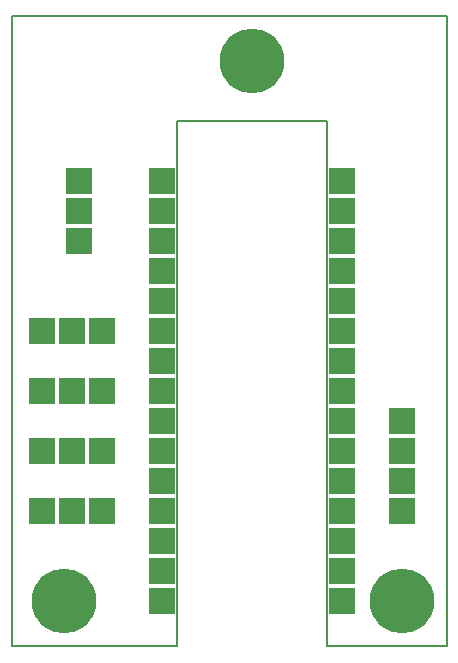
<source format=gbs>
G04 FreePCB version 1.359*
G04 C:\SkyDrive\Files\freepcb_1200_bin\projects\Balance_Shield\CAM\bottom_solder_mask.grb*
G04 bottom solder mask layer *
G04 Scale: 100 percent, Rotated: No, Reflected: No *
%FSLAX24Y24*%
%MOIN*%
%LN bottom solder mask *%
G04 Rounded Rectangle Macro, params: W/2, H/2, R *
%AMRNDREC*
21,1,$1+$1,$2+$2-$3-$3,0,0,0*
21,1,$1+$1-$3-$3,$2+$2,0,0,0*
1,1,$3+$3,$1-$3,$2-$3*
1,1,$3+$3,$3-$1,$2-$3*
1,1,$3+$3,$1-$3,$3-$2*
1,1,$3+$3,$3-$1,$3-$2*%
G04 Rectangular Thermal Macro, params: W/2, H/2, T/2 *
%AMRECTHERM*
$4=$3/2*
21,1,$1-$3,$2-$3,0-$1/2-$4,0-$2/2-$4,0*
21,1,$1-$3,$2-$3,0-$1/2-$4,$2/2+$4,0*
21,1,$1-$3,$2-$3,$1/2+$4,0-$2/2-$4,0*
21,1,$1-$3,$2-$3,$1/2+$4,$2/2+$4,0*%
%ADD10C,0.005000*%
%ADD11R,0.086000X0.086000*%
%ADD12C,0.216000*%
G90*
G70D02*

G04 Step and Repeat for panelization *

G04 ----------------------- Draw board outline (positive)*
%LPD*%
G54D10*
G01X6500Y1000D02*
G01X6500Y17500D01*
G04 end of side 1*
G01X11500Y17500D01*
G04 end of side 2*
G01X11500Y1000D01*
G04 end of side 3*
G01X11500Y0D01*
G04 end of side 4*
G01X15500Y0D01*
G04 end of side 5*
G01X15500Y21000D01*
G04 end of side 6*
G01X1000Y21000D01*
G04 end of side 7*
G01X1000Y0D01*
G04 end of side 8*
G01X6500Y0D01*
G04 end of side 9*
G01X6500Y1000D01*

G04 -------------- Draw Parts, Pads, Traces, Vias and Text (positive)*
%LPD*%
G04 Draw part J2*
G54D11*
G01X6000Y1500D03*
G01X6000Y2500D03*
G01X6000Y3500D03*
G01X6000Y4500D03*
G01X6000Y5500D03*
G01X6000Y6500D03*
G01X6000Y7500D03*
G01X6000Y8500D03*
G01X6000Y9500D03*
G01X6000Y10500D03*
G01X6000Y11500D03*
G01X6000Y12500D03*
G01X6000Y13500D03*
G01X6000Y14500D03*
G01X6000Y15500D03*
G04 Draw part J3*
G01X12000Y1500D03*
G01X12000Y2500D03*
G01X12000Y3500D03*
G01X12000Y4500D03*
G01X12000Y5500D03*
G01X12000Y6500D03*
G01X12000Y7500D03*
G01X12000Y8500D03*
G01X12000Y9500D03*
G01X12000Y10500D03*
G01X12000Y11500D03*
G01X12000Y12500D03*
G01X12000Y13500D03*
G01X12000Y14500D03*
G01X12000Y15500D03*
G04 Draw part J4*
G01X2000Y4500D03*
G01X3000Y4500D03*
G01X4000Y4500D03*
G04 Draw part J5*
G01X2000Y6500D03*
G01X3000Y6500D03*
G01X4000Y6500D03*
G04 Draw part E1*
G54D12*
G01X2750Y1500D03*
G04 Draw part E2*
G01X9000Y19500D03*
G04 Draw part E3*
G01X14000Y1500D03*
G04 Draw part J6*
G54D11*
G01X3250Y13500D03*
G01X3250Y14500D03*
G01X3250Y15500D03*
G04 Draw part J7*
G01X2000Y8500D03*
G01X3000Y8500D03*
G01X4000Y8500D03*
G04 Draw part J8*
G01X2000Y10500D03*
G01X3000Y10500D03*
G01X4000Y10500D03*
G04 Draw part J9*
G01X14000Y4500D03*
G01X14000Y5500D03*
G01X14000Y6500D03*
G01X14000Y7500D03*
G04 Draw part R1*
G04 Draw part R2*

G04 Draw traces*

G04 Draw Text*

G04 Draw solder mask cutouts*
M00*
M02*

</source>
